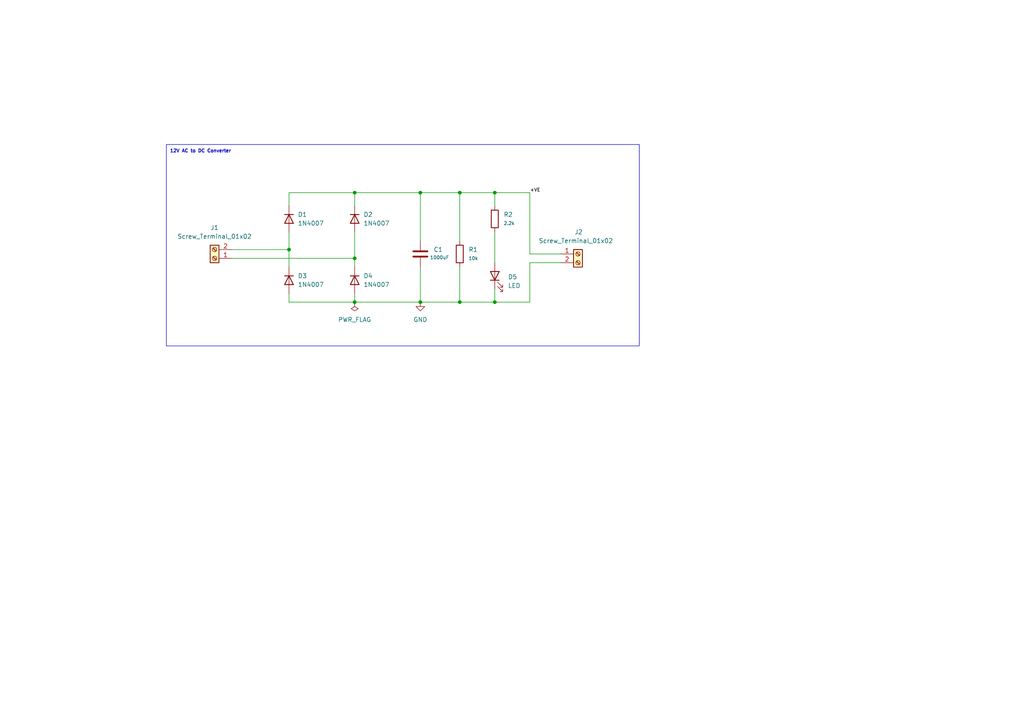
<source format=kicad_sch>
(kicad_sch (version 20250114) (generator "eeschema") (generator_version "9.0")
  (paper "A4")
  (title_block (title "AC to DC Converter") (date "2025-11-17"))
  (lib_symbols
    (symbol "Connector:Screw_Terminal_01x02" (pin_names (offset 1.016) (hide yes))
      (property "Reference" "J" (at 0 2.54 0))
      (property "Value" "Screw_Terminal_01x02" (at 0 -5.08 0))
      (symbol "Screw_Terminal_01x02_1_1"
        (rectangle (start -1.27 1.27) (end 1.27 -3.81) (stroke (width 0.254)) (fill (type background)))
        (polyline (pts (xy -0.5334 0.3302) (xy 0.3302 -0.508)) (stroke (width 0.1524)))
        (polyline (pts (xy -0.5334 -2.2098) (xy 0.3302 -3.048)) (stroke (width 0.1524)))
        (polyline (pts (xy -0.3556 0.508) (xy 0.508 -0.3302)) (stroke (width 0.1524)))
        (polyline (pts (xy -0.3556 -2.032) (xy 0.508 -2.8702)) (stroke (width 0.1524)))
        (circle (center 0 0) (radius 0.635) (stroke (width 0.1524)))
        (circle (center 0 -2.54) (radius 0.635) (stroke (width 0.1524)))
        (pin passive line (at -5.08 0 0) (length 3.81) (name "Pin_1") (number "1"))
        (pin passive line (at -5.08 -2.54 0) (length 3.81) (name "Pin_2") (number "2"))
      )
    )
    (symbol "Device:C" (pin_numbers (hide yes)) (pin_names (offset 0.254))
      (property "Reference" "C" (at 0.635 2.54 0))
      (property "Value" "C" (at 0.635 -2.54 0))
      (symbol "C_0_1"
        (polyline (pts (xy -2.032 0.762) (xy 2.032 0.762)) (stroke (width 0.508)))
        (polyline (pts (xy -2.032 -0.762) (xy 2.032 -0.762)) (stroke (width 0.508)))
      )
      (symbol "C_1_1"
        (pin passive line (at 0 3.81 270) (length 2.794) (name "~") (number "1"))
        (pin passive line (at 0 -3.81 90) (length 2.794) (name "~") (number "2"))
      )
    )
    (symbol "Device:LED" (pin_numbers (hide yes)) (pin_names (offset 1.016) (hide yes))
      (property "Reference" "D" (at 0 2.54 0))
      (property "Value" "LED" (at 0 -2.54 0))
      (symbol "LED_0_1"
        (polyline (pts (xy -3.048 -0.762) (xy -4.572 -2.286) (xy -3.81 -2.286) (xy -4.572 -2.286) (xy -4.572 -1.524)))
        (polyline (pts (xy -1.778 -0.762) (xy -3.302 -2.286) (xy -2.54 -2.286) (xy -3.302 -2.286) (xy -3.302 -1.524)))
        (polyline (pts (xy -1.27 0) (xy 1.27 0)))
        (polyline (pts (xy -1.27 -1.27) (xy -1.27 1.27)) (stroke (width 0.254)))
        (polyline (pts (xy 1.27 -1.27) (xy 1.27 1.27) (xy -1.27 0) (xy 1.27 -1.27)) (stroke (width 0.254)))
      )
      (symbol "LED_1_1"
        (pin passive line (at -3.81 0 0) (length 2.54) (name "K") (number "1"))
        (pin passive line (at 3.81 0 180) (length 2.54) (name "A") (number "2"))
      )
    )
    (symbol "Device:R" (pin_numbers (hide yes)) (pin_names (offset 0))
      (property "Reference" "R" (at 2.032 0 90))
      (property "Value" "R" (at 0 0 90))
      (symbol "R_0_1"
        (rectangle (start -1.016 -2.54) (end 1.016 2.54) (stroke (width 0.254)))
      )
      (symbol "R_1_1"
        (pin passive line (at 0 3.81 270) (length 1.27) (name "~") (number "1"))
        (pin passive line (at 0 -3.81 90) (length 1.27) (name "~") (number "2"))
      )
    )
    (symbol "Diode:1N4007" (pin_numbers (hide yes)) (pin_names (hide yes))
      (property "Reference" "D" (at 0 2.54 0))
      (property "Value" "1N4007" (at 0 -2.54 0))
      (symbol "1N4007_0_1"
        (polyline (pts (xy -1.27 1.27) (xy -1.27 -1.27)) (stroke (width 0.254)))
        (polyline (pts (xy 1.27 1.27) (xy 1.27 -1.27) (xy -1.27 0) (xy 1.27 1.27)) (stroke (width 0.254)))
        (polyline (pts (xy 1.27 0) (xy -1.27 0)))
      )
      (symbol "1N4007_1_1"
        (pin passive line (at -3.81 0 0) (length 2.54) (name "K") (number "1"))
        (pin passive line (at 3.81 0 180) (length 2.54) (name "A") (number "2"))
      )
    )
    (symbol "power:GND" (power) (pin_numbers (hide yes)) (pin_names (offset 0) (hide yes))
      (property "Value" "GND" (at 0 -3.81 0))
      (symbol "GND_0_1"
        (polyline (pts (xy 0 0) (xy 0 -1.27) (xy 1.27 -1.27) (xy 0 -2.54) (xy -1.27 -1.27) (xy 0 -1.27)))
      )
      (symbol "GND_1_1"
        (pin power_in line (at 0 0 270) (length 0) (name "~") (number "1"))
      )
    )
    (symbol "power:PWR_FLAG" (power) (pin_numbers (hide yes)) (pin_names (offset 0) (hide yes))
      (property "Value" "PWR_FLAG" (at 0 3.81 0))
      (symbol "PWR_FLAG_0_0"
        (pin power_out line (at 0 0 90) (length 0) (name "~") (number "1"))
      )
      (symbol "PWR_FLAG_0_1"
        (polyline (pts (xy 0 0) (xy 0 1.27) (xy -1.016 1.905) (xy 0 2.54) (xy 1.016 1.905) (xy 0 1.27)))
      )
    )
  )
  (rectangle (start 48.26 41.91) (end 185.42 100.33))
  (text "12V AC to DC Converter" (at 58.166 43.942 0) (effects (font (size 0.9652 0.9652) (thickness 0.193) (bold yes))))
  (junction (at 83.82 72.39))
  (junction (at 143.51 55.88))
  (junction (at 121.92 87.63))
  (junction (at 133.35 87.63))
  (junction (at 102.87 87.63))
  (junction (at 133.35 55.88))
  (junction (at 121.92 55.88))
  (junction (at 102.87 74.93))
  (junction (at 102.87 55.88))
  (junction (at 143.51 87.63))
  (wire (pts (xy 102.87 55.88) (xy 121.92 55.88)))
  (wire (pts (xy 121.92 87.63) (xy 133.35 87.63)))
  (wire (pts (xy 143.51 67.31) (xy 143.51 76.2)))
  (wire (pts (xy 133.35 77.47) (xy 133.35 87.63)))
  (wire (pts (xy 83.82 55.88) (xy 102.87 55.88)))
  (wire (pts (xy 83.82 59.69) (xy 83.82 55.88)))
  (wire (pts (xy 121.92 55.88) (xy 133.35 55.88)))
  (wire (pts (xy 102.87 87.63) (xy 121.92 87.63)))
  (wire (pts (xy 67.31 74.93) (xy 102.87 74.93)))
  (wire (pts (xy 133.35 87.63) (xy 143.51 87.63)))
  (wire (pts (xy 121.92 87.63) (xy 121.92 77.47)))
  (wire (pts (xy 102.87 87.63) (xy 83.82 87.63)))
  (wire (pts (xy 143.51 55.88) (xy 143.51 59.69)))
  (wire (pts (xy 153.67 87.63) (xy 153.67 76.2)))
  (wire (pts (xy 83.82 87.63) (xy 83.82 85.09)))
  (wire (pts (xy 153.67 73.66) (xy 162.56 73.66)))
  (wire (pts (xy 102.87 85.09) (xy 102.87 87.63)))
  (wire (pts (xy 133.35 55.88) (xy 133.35 69.85)))
  (wire (pts (xy 143.51 55.88) (xy 153.67 55.88)))
  (wire (pts (xy 121.92 55.88) (xy 121.92 69.85)))
  (wire (pts (xy 102.87 74.93) (xy 102.87 77.47)))
  (wire (pts (xy 143.51 87.63) (xy 143.51 83.82)))
  (wire (pts (xy 102.87 67.31) (xy 102.87 74.93)))
  (wire (pts (xy 143.51 87.63) (xy 153.67 87.63)))
  (wire (pts (xy 133.35 55.88) (xy 143.51 55.88)))
  (wire (pts (xy 83.82 72.39) (xy 83.82 67.31)))
  (wire (pts (xy 102.87 55.88) (xy 102.87 59.69)))
  (wire (pts (xy 153.67 55.88) (xy 153.67 73.66)))
  (wire (pts (xy 67.31 72.39) (xy 83.82 72.39)))
  (wire (pts (xy 83.82 77.47) (xy 83.82 72.39)))
  (wire (pts (xy 153.67 76.2) (xy 162.56 76.2)))
  (label "+VE" (at 153.67 55.88 0) (effects (font (size 0.9652 0.9652))))
  (symbol (lib_id "Device:LED") (at 143.51 80.01 90) (unit 1)
    (property "Reference" "D5" (at 147.32 80.3274 90) (effects (justify right)))
    (property "Value" "LED" (at 147.32 82.8674 90) (effects (justify right)))
    (property "Footprint" "LED_THT:LED_D5.0mm" (effects (hide yes)))
    (property "Description" "Light emitting diode" (effects (hide yes)))
    (property "Sim.Pins" "1=K 2=A" (effects (hide yes)))
  )
  (symbol (lib_id "Diode:1N4007") (at 102.87 81.28 270) (unit 1)
    (property "Reference" "D4" (at 105.41 80.0099 90) (effects (justify left)))
    (property "Value" "1N4007" (at 105.41 82.5499 90) (effects (justify left)))
    (property "Footprint" "Diode_THT:D_DO-41_SOD81_P10.16mm_Horizontal" (effects (hide yes)))
    (property "Datasheet" "http://www.vishay.com/docs/88503/1n4001.pdf" (effects (hide yes)))
    (property "Description" "1000V 1A General Purpose Rectifier Diode, DO-41" (effects (hide yes)))
    (property "Sim.Device" "D" (effects (hide yes)))
    (property "Sim.Pins" "1=K 2=A" (effects (hide yes)))
  )
  (symbol (lib_id "Diode:1N4007") (at 83.82 81.28 270) (unit 1)
    (property "Reference" "D3" (at 86.36 80.0099 90) (effects (justify left)))
    (property "Value" "1N4007" (at 86.36 82.5499 90) (effects (justify left)))
    (property "Footprint" "Diode_THT:D_DO-41_SOD81_P10.16mm_Horizontal" (effects (hide yes)))
    (property "Datasheet" "http://www.vishay.com/docs/88503/1n4001.pdf" (effects (hide yes)))
    (property "Description" "1000V 1A General Purpose Rectifier Diode, DO-41" (effects (hide yes)))
    (property "Sim.Device" "D" (effects (hide yes)))
    (property "Sim.Pins" "1=K 2=A" (effects (hide yes)))
  )
  (symbol (lib_id "Device:C") (at 121.92 73.66 180) (unit 1)
    (property "Reference" "C1" (at 125.73 72.3899 0) (effects (justify right)))
    (property "Value" "1000uF" (at 124.714 74.676 0) (effects (font (size 0.9652 0.9652)) (justify right)))
    (property "Footprint" "Capacitor_THT:C_Radial_D8.0mm_H11.5mm_P3.50mm" (effects (hide yes)))
    (property "Description" "Unpolarized capacitor" (effects (hide yes)))
  )
  (symbol (lib_id "power:PWR_FLAG") (at 102.87 87.63 180) (unit 1)
    (property "Reference" "#FLG01" (effects (hide yes)))
    (property "Value" "PWR_FLAG" (at 102.87 92.71 0))
    (property "Description" "Special symbol for telling ERC where power comes from" (effects (hide yes)))
  )
  (symbol (lib_id "Connector:Screw_Terminal_01x02") (at 167.64 73.66 0) (unit 1)
    (property "Reference" "J2" (at 166.624 67.31 0) (effects (justify left)))
    (property "Value" "Screw_Terminal_01x02" (at 156.21 69.85 0) (effects (justify left)))
    (property "Footprint" "TerminalBlock_Phoenix:TerminalBlock_Phoenix_MKDS-1,5-2-5.08_1x02_P5.08mm_Horizontal" (effects (hide yes)))
    (property "Description" "Generic screw terminal, single row, 01x02, script generated (kicad-library-utils/schlib/autogen/connector/)" (effects (hide yes)))
  )
  (symbol (lib_id "power:GND") (at 121.92 87.63 0) (unit 1)
    (property "Reference" "#PWR01" (effects (hide yes)))
    (property "Value" "GND" (at 121.92 92.71 0))
    (property "Description" "Power symbol creates a global label with name \"GND\" , ground" (effects (hide yes)))
  )
  (symbol (lib_id "Device:R") (at 143.51 63.5 0) (unit 1)
    (property "Reference" "R2" (at 146.05 62.2299 0) (effects (justify left)))
    (property "Value" "2.2k" (at 146.05 64.7699 0) (effects (font (size 0.9652 0.9652)) (justify left)))
    (property "Footprint" "Resistor_THT:R_Axial_DIN0204_L3.6mm_D1.6mm_P7.62mm_Horizontal" (effects (hide yes)))
    (property "Description" "Resistor" (effects (hide yes)))
  )
  (symbol (lib_id "Device:R") (at 133.35 73.66 0) (unit 1)
    (property "Reference" "R1" (at 135.89 72.3899 0) (effects (justify left)))
    (property "Value" "10k" (at 135.89 74.9299 0) (effects (font (size 0.9652 0.9652)) (justify left)))
    (property "Footprint" "Resistor_THT:R_Axial_DIN0204_L3.6mm_D1.6mm_P7.62mm_Horizontal" (effects (hide yes)))
    (property "Description" "Resistor" (effects (hide yes)))
  )
  (symbol (lib_id "Diode:1N4007") (at 102.87 63.5 270) (unit 1)
    (property "Reference" "D2" (at 105.41 62.2299 90) (effects (justify left)))
    (property "Value" "1N4007" (at 105.41 64.7699 90) (effects (justify left)))
    (property "Footprint" "Diode_THT:D_DO-41_SOD81_P10.16mm_Horizontal" (effects (hide yes)))
    (property "Datasheet" "http://www.vishay.com/docs/88503/1n4001.pdf" (effects (hide yes)))
    (property "Description" "1000V 1A General Purpose Rectifier Diode, DO-41" (effects (hide yes)))
    (property "Sim.Device" "D" (effects (hide yes)))
    (property "Sim.Pins" "1=K 2=A" (effects (hide yes)))
  )
  (symbol (lib_id "Connector:Screw_Terminal_01x02") (at 62.23 74.93 180) (unit 1)
    (property "Reference" "J1" (at 62.23 66.04 0))
    (property "Value" "Screw_Terminal_01x02" (at 62.23 68.58 0))
    (property "Footprint" "TerminalBlock_Phoenix:TerminalBlock_Phoenix_MKDS-1,5-2-5.08_1x02_P5.08mm_Horizontal" (effects (hide yes)))
    (property "Description" "Generic screw terminal, single row, 01x02, script generated (kicad-library-utils/schlib/autogen/connector/)" (effects (hide yes)))
  )
  (symbol (lib_id "Diode:1N4007") (at 83.82 63.5 270) (unit 1)
    (property "Reference" "D1" (at 86.36 62.2299 90) (effects (justify left)))
    (property "Value" "1N4007" (at 86.36 64.7699 90) (effects (justify left)))
    (property "Footprint" "Diode_THT:D_DO-41_SOD81_P10.16mm_Horizontal" (effects (hide yes)))
    (property "Datasheet" "http://www.vishay.com/docs/88503/1n4001.pdf" (effects (hide yes)))
    (property "Description" "1000V 1A General Purpose Rectifier Diode, DO-41" (effects (hide yes)))
    (property "Sim.Device" "D" (effects (hide yes)))
    (property "Sim.Pins" "1=K 2=A" (effects (hide yes)))
  )
)
</source>
